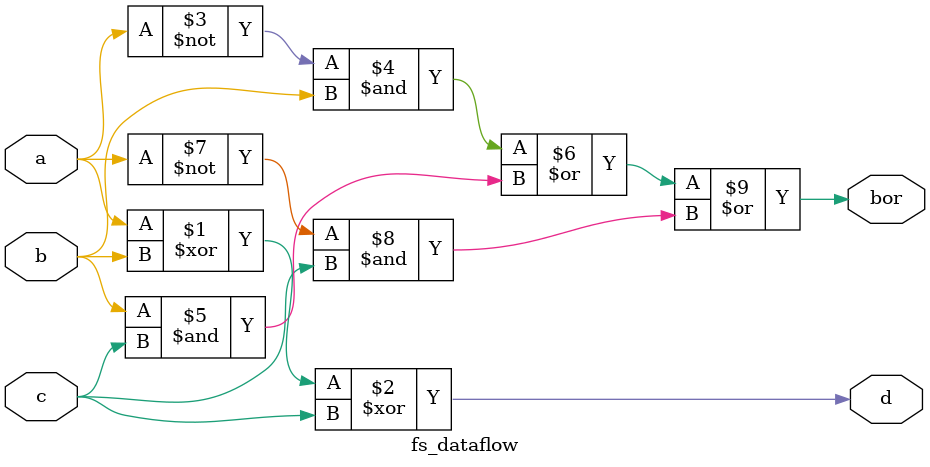
<source format=v>
`timescale 1ns / 1ps

//1960628 Prem full subtractor dataflow
module fs_dataflow(
    input a,
    input b,
    input c,
    output d,
    output bor
    );
assign d = a^b^c;
assign bor = ((~a)&b)|(b&c)|((~a)&c);
endmodule

</source>
